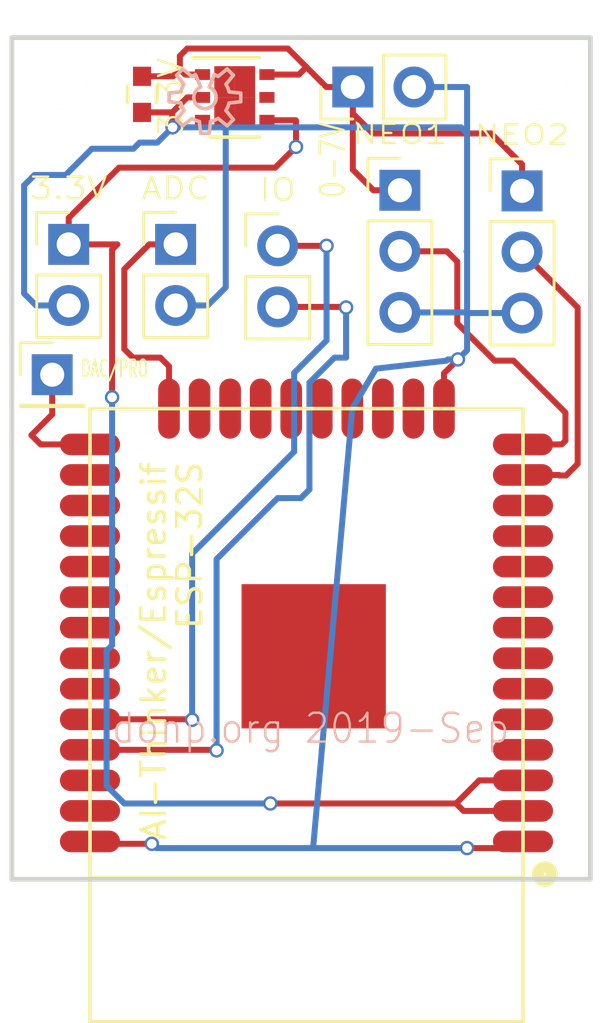
<source format=kicad_pcb>
(kicad_pcb (version 20171130) (host pcbnew 5.0.2-bee76a0~70~ubuntu18.04.1)

  (general
    (thickness 1.6)
    (drawings 5)
    (tracks 145)
    (zones 0)
    (modules 13)
    (nets 1)
  )

  (page A4)
  (layers
    (0 F.Cu signal)
    (31 B.Cu signal)
    (32 B.Adhes user)
    (33 F.Adhes user)
    (34 B.Paste user)
    (35 F.Paste user)
    (36 B.SilkS user)
    (37 F.SilkS user)
    (38 B.Mask user)
    (39 F.Mask user)
    (40 Dwgs.User user)
    (41 Cmts.User user)
    (42 Eco1.User user)
    (43 Eco2.User user)
    (44 Edge.Cuts user)
    (45 Margin user)
    (46 B.CrtYd user)
    (47 F.CrtYd user)
    (48 B.Fab user)
    (49 F.Fab user)
  )

  (setup
    (last_trace_width 0.25)
    (trace_clearance 0.2)
    (zone_clearance 0.508)
    (zone_45_only no)
    (trace_min 0.2)
    (segment_width 0.2)
    (edge_width 0.2)
    (via_size 0.6)
    (via_drill 0.4)
    (via_min_size 0.4)
    (via_min_drill 0.3)
    (uvia_size 0.3)
    (uvia_drill 0.1)
    (uvias_allowed no)
    (uvia_min_size 0.2)
    (uvia_min_drill 0.1)
    (pcb_text_width 0.3)
    (pcb_text_size 1.5 1.5)
    (mod_edge_width 0.15)
    (mod_text_size 1 1)
    (mod_text_width 0.15)
    (pad_size 1.7 1.7)
    (pad_drill 1)
    (pad_to_mask_clearance 0.2)
    (solder_mask_min_width 0.25)
    (aux_axis_origin 0 0)
    (visible_elements FFFFFF7F)
    (pcbplotparams
      (layerselection 0x010f0_80000001)
      (usegerberextensions true)
      (usegerberattributes false)
      (usegerberadvancedattributes false)
      (creategerberjobfile false)
      (excludeedgelayer true)
      (linewidth 0.100000)
      (plotframeref false)
      (viasonmask false)
      (mode 1)
      (useauxorigin false)
      (hpglpennumber 1)
      (hpglpenspeed 20)
      (hpglpendiameter 15.000000)
      (psnegative false)
      (psa4output false)
      (plotreference true)
      (plotvalue true)
      (plotinvisibletext false)
      (padsonsilk false)
      (subtractmaskfromsilk false)
      (outputformat 1)
      (mirror false)
      (drillshape 0)
      (scaleselection 1)
      (outputdirectory "/home/donp/osh/espsquare"))
  )

  (net 0 "")

  (net_class Default "This is the default net class."
    (clearance 0.2)
    (trace_width 0.25)
    (via_dia 0.6)
    (via_drill 0.4)
    (uvia_dia 0.3)
    (uvia_drill 0.1)
  )

  (module Pin_Headers:Pin_Header_Straight_1x02_Pitch2.54mm (layer F.Cu) (tedit 5D91016B) (tstamp 5D950E5F)
    (at 143.002 46.6598)
    (descr "Through hole straight pin header, 1x02, 2.54mm pitch, single row")
    (tags "Through hole pin header THT 1x02 2.54mm single row")
    (fp_text reference IO (at 0 -2.33) (layer F.SilkS)
      (effects (font (size 0.9 1) (thickness 0.1)))
    )
    (fp_text value Pin_Header_Straight_1x02_Pitch2.54mm (at 0 4.87) (layer F.Fab) hide
      (effects (font (size 1 1) (thickness 0.15)))
    )
    (fp_text user %R (at 0 1.27 90) (layer F.Fab)
      (effects (font (size 1 1) (thickness 0.15)))
    )
    (fp_line (start 1.8 -1.8) (end -1.8 -1.8) (layer F.CrtYd) (width 0.05))
    (fp_line (start 1.8 4.35) (end 1.8 -1.8) (layer F.CrtYd) (width 0.05))
    (fp_line (start -1.8 4.35) (end 1.8 4.35) (layer F.CrtYd) (width 0.05))
    (fp_line (start -1.8 -1.8) (end -1.8 4.35) (layer F.CrtYd) (width 0.05))
    (fp_line (start -1.33 -1.33) (end 0 -1.33) (layer F.SilkS) (width 0.12))
    (fp_line (start -1.33 0) (end -1.33 -1.33) (layer F.SilkS) (width 0.12))
    (fp_line (start -1.33 1.27) (end 1.33 1.27) (layer F.SilkS) (width 0.12))
    (fp_line (start 1.33 1.27) (end 1.33 3.87) (layer F.SilkS) (width 0.12))
    (fp_line (start -1.33 1.27) (end -1.33 3.87) (layer F.SilkS) (width 0.12))
    (fp_line (start -1.33 3.87) (end 1.33 3.87) (layer F.SilkS) (width 0.12))
    (fp_line (start -1.27 -0.635) (end -0.635 -1.27) (layer F.Fab) (width 0.1))
    (fp_line (start -1.27 3.81) (end -1.27 -0.635) (layer F.Fab) (width 0.1))
    (fp_line (start 1.27 3.81) (end -1.27 3.81) (layer F.Fab) (width 0.1))
    (fp_line (start 1.27 -1.27) (end 1.27 3.81) (layer F.Fab) (width 0.1))
    (fp_line (start -0.635 -1.27) (end 1.27 -1.27) (layer F.Fab) (width 0.1))
    (pad 2 thru_hole oval (at 0 2.54) (size 1.7 1.7) (drill 1) (layers *.Cu *.Mask))
    (pad 1 thru_hole circle (at 0 0) (size 1.7 1.7) (drill 1) (layers *.Cu *.Mask))
    (model ${KISYS3DMOD}/Pin_Headers.3dshapes/Pin_Header_Straight_1x02_Pitch2.54mm.wrl
      (at (xyz 0 0 0))
      (scale (xyz 1 1 1))
      (rotate (xyz 0 0 0))
    )
  )

  (module Pin_Headers:Pin_Header_Straight_1x02_Pitch2.54mm (layer F.Cu) (tedit 5D90F4D4) (tstamp 5D92628F)
    (at 138.7602 46.6)
    (descr "Through hole straight pin header, 1x02, 2.54mm pitch, single row")
    (tags "Through hole pin header THT 1x02 2.54mm single row")
    (fp_text reference ADC (at 0 -2.33) (layer F.SilkS)
      (effects (font (size 0.9 1) (thickness 0.1)))
    )
    (fp_text value Pin_Header_Straight_1x02_Pitch2.54mm (at 0 4.87) (layer F.Fab) hide
      (effects (font (size 1 1) (thickness 0.15)))
    )
    (fp_line (start -0.635 -1.27) (end 1.27 -1.27) (layer F.Fab) (width 0.1))
    (fp_line (start 1.27 -1.27) (end 1.27 3.81) (layer F.Fab) (width 0.1))
    (fp_line (start 1.27 3.81) (end -1.27 3.81) (layer F.Fab) (width 0.1))
    (fp_line (start -1.27 3.81) (end -1.27 -0.635) (layer F.Fab) (width 0.1))
    (fp_line (start -1.27 -0.635) (end -0.635 -1.27) (layer F.Fab) (width 0.1))
    (fp_line (start -1.33 3.87) (end 1.33 3.87) (layer F.SilkS) (width 0.12))
    (fp_line (start -1.33 1.27) (end -1.33 3.87) (layer F.SilkS) (width 0.12))
    (fp_line (start 1.33 1.27) (end 1.33 3.87) (layer F.SilkS) (width 0.12))
    (fp_line (start -1.33 1.27) (end 1.33 1.27) (layer F.SilkS) (width 0.12))
    (fp_line (start -1.33 0) (end -1.33 -1.33) (layer F.SilkS) (width 0.12))
    (fp_line (start -1.33 -1.33) (end 0 -1.33) (layer F.SilkS) (width 0.12))
    (fp_line (start -1.8 -1.8) (end -1.8 4.35) (layer F.CrtYd) (width 0.05))
    (fp_line (start -1.8 4.35) (end 1.8 4.35) (layer F.CrtYd) (width 0.05))
    (fp_line (start 1.8 4.35) (end 1.8 -1.8) (layer F.CrtYd) (width 0.05))
    (fp_line (start 1.8 -1.8) (end -1.8 -1.8) (layer F.CrtYd) (width 0.05))
    (fp_text user %R (at 0 1.27 90) (layer F.Fab)
      (effects (font (size 1 1) (thickness 0.15)))
    )
    (pad 1 thru_hole rect (at 0 0) (size 1.7 1.7) (drill 1) (layers *.Cu *.Mask))
    (pad 2 thru_hole oval (at 0 2.54) (size 1.7 1.7) (drill 1) (layers *.Cu *.Mask))
    (model ${KISYS3DMOD}/Pin_Headers.3dshapes/Pin_Header_Straight_1x02_Pitch2.54mm.wrl
      (at (xyz 0 0 0))
      (scale (xyz 1 1 1))
      (rotate (xyz 0 0 0))
    )
  )

  (module Pin_Headers:Pin_Header_Straight_1x02_Pitch2.54mm (layer F.Cu) (tedit 5D90F4CF) (tstamp 5D950A1E)
    (at 134.3152 46.6)
    (descr "Through hole straight pin header, 1x02, 2.54mm pitch, single row")
    (tags "Through hole pin header THT 1x02 2.54mm single row")
    (fp_text reference 3.3V (at 0 -2.33) (layer F.SilkS)
      (effects (font (size 0.9 1) (thickness 0.1)))
    )
    (fp_text value Pin_Header_Straight_1x02_Pitch2.54mm (at 0 4.87) (layer F.Fab) hide
      (effects (font (size 1 1) (thickness 0.15)))
    )
    (fp_text user %R (at 0 1.27 90) (layer F.Fab)
      (effects (font (size 1 1) (thickness 0.15)))
    )
    (fp_line (start 1.8 -1.8) (end -1.8 -1.8) (layer F.CrtYd) (width 0.05))
    (fp_line (start 1.8 4.35) (end 1.8 -1.8) (layer F.CrtYd) (width 0.05))
    (fp_line (start -1.8 4.35) (end 1.8 4.35) (layer F.CrtYd) (width 0.05))
    (fp_line (start -1.8 -1.8) (end -1.8 4.35) (layer F.CrtYd) (width 0.05))
    (fp_line (start -1.33 -1.33) (end 0 -1.33) (layer F.SilkS) (width 0.12))
    (fp_line (start -1.33 0) (end -1.33 -1.33) (layer F.SilkS) (width 0.12))
    (fp_line (start -1.33 1.27) (end 1.33 1.27) (layer F.SilkS) (width 0.12))
    (fp_line (start 1.33 1.27) (end 1.33 3.87) (layer F.SilkS) (width 0.12))
    (fp_line (start -1.33 1.27) (end -1.33 3.87) (layer F.SilkS) (width 0.12))
    (fp_line (start -1.33 3.87) (end 1.33 3.87) (layer F.SilkS) (width 0.12))
    (fp_line (start -1.27 -0.635) (end -0.635 -1.27) (layer F.Fab) (width 0.1))
    (fp_line (start -1.27 3.81) (end -1.27 -0.635) (layer F.Fab) (width 0.1))
    (fp_line (start 1.27 3.81) (end -1.27 3.81) (layer F.Fab) (width 0.1))
    (fp_line (start 1.27 -1.27) (end 1.27 3.81) (layer F.Fab) (width 0.1))
    (fp_line (start -0.635 -1.27) (end 1.27 -1.27) (layer F.Fab) (width 0.1))
    (pad 2 thru_hole oval (at 0 2.54) (size 1.7 1.7) (drill 1) (layers *.Cu *.Mask))
    (pad 1 thru_hole rect (at 0 0) (size 1.7 1.7) (drill 1) (layers *.Cu *.Mask))
    (model ${KISYS3DMOD}/Pin_Headers.3dshapes/Pin_Header_Straight_1x02_Pitch2.54mm.wrl
      (at (xyz 0 0 0))
      (scale (xyz 1 1 1))
      (rotate (xyz 0 0 0))
    )
  )

  (module Pin_Headers:Pin_Header_Straight_1x03_Pitch2.54mm (layer F.Cu) (tedit 5D90F4E3) (tstamp 5D950467)
    (at 153.162 44.3738)
    (descr "Through hole straight pin header, 1x03, 2.54mm pitch, single row")
    (tags "Through hole pin header THT 1x03 2.54mm single row")
    (fp_text reference NEO2 (at 0 -2.33) (layer F.SilkS)
      (effects (font (size 0.8 1) (thickness 0.1)))
    )
    (fp_text value Pin_Header_Straight_1x03_Pitch2.54mm (at 0 7.41) (layer F.Fab) hide
      (effects (font (size 1 1) (thickness 0.15)))
    )
    (fp_text user %R (at 0 2.54 90) (layer F.Fab)
      (effects (font (size 1 1) (thickness 0.15)))
    )
    (fp_line (start 1.8 -1.8) (end -1.8 -1.8) (layer F.CrtYd) (width 0.05))
    (fp_line (start 1.8 6.85) (end 1.8 -1.8) (layer F.CrtYd) (width 0.05))
    (fp_line (start -1.8 6.85) (end 1.8 6.85) (layer F.CrtYd) (width 0.05))
    (fp_line (start -1.8 -1.8) (end -1.8 6.85) (layer F.CrtYd) (width 0.05))
    (fp_line (start -1.33 -1.33) (end 0 -1.33) (layer F.SilkS) (width 0.12))
    (fp_line (start -1.33 0) (end -1.33 -1.33) (layer F.SilkS) (width 0.12))
    (fp_line (start -1.33 1.27) (end 1.33 1.27) (layer F.SilkS) (width 0.12))
    (fp_line (start 1.33 1.27) (end 1.33 6.41) (layer F.SilkS) (width 0.12))
    (fp_line (start -1.33 1.27) (end -1.33 6.41) (layer F.SilkS) (width 0.12))
    (fp_line (start -1.33 6.41) (end 1.33 6.41) (layer F.SilkS) (width 0.12))
    (fp_line (start -1.27 -0.635) (end -0.635 -1.27) (layer F.Fab) (width 0.1))
    (fp_line (start -1.27 6.35) (end -1.27 -0.635) (layer F.Fab) (width 0.1))
    (fp_line (start 1.27 6.35) (end -1.27 6.35) (layer F.Fab) (width 0.1))
    (fp_line (start 1.27 -1.27) (end 1.27 6.35) (layer F.Fab) (width 0.1))
    (fp_line (start -0.635 -1.27) (end 1.27 -1.27) (layer F.Fab) (width 0.1))
    (pad 3 thru_hole oval (at 0 5.08) (size 1.7 1.7) (drill 1) (layers *.Cu *.Mask))
    (pad 2 thru_hole oval (at 0 2.54) (size 1.7 1.7) (drill 1) (layers *.Cu *.Mask))
    (pad 1 thru_hole rect (at 0 0) (size 1.7 1.7) (drill 1) (layers *.Cu *.Mask))
    (model ${KISYS3DMOD}/Pin_Headers.3dshapes/Pin_Header_Straight_1x03_Pitch2.54mm.wrl
      (at (xyz 0 0 0))
      (scale (xyz 1 1 1))
      (rotate (xyz 0 0 0))
    )
  )

  (module Mounting_Holes:MountingHole_2.2mm_M2 (layer F.Cu) (tedit 5D90ECC7) (tstamp 57BE41FB)
    (at 133.9342 39.9)
    (descr "Mounting Hole 2.2mm, no annular, M2")
    (tags "mounting hole 2.2mm no annular m2")
    (fp_text reference "" (at 0 -3.2) (layer F.SilkS)
      (effects (font (size 1 1) (thickness 0.15)))
    )
    (fp_text value MountingHole_2.2mm_M2 (at 0 3.2) (layer F.Fab) hide
      (effects (font (size 1 1) (thickness 0.15)))
    )
    (fp_circle (center 0 0) (end 2.2 0) (layer Cmts.User) (width 0.15))
    (fp_circle (center 0 0) (end 2.45 0) (layer F.CrtYd) (width 0.05))
    (pad 1 np_thru_hole circle (at 0 0) (size 2.2 2.2) (drill 2.2) (layers *.Cu *.Mask F.SilkS))
  )

  (module Mounting_Holes:MountingHole_2.2mm_M2 (layer F.Cu) (tedit 5CA785C4) (tstamp 57BE41E9)
    (at 153.9494 39.9)
    (descr "Mounting Hole 2.2mm, no annular, M2")
    (tags "mounting hole 2.2mm no annular m2")
    (fp_text reference "" (at 0 -3.2) (layer F.SilkS)
      (effects (font (size 1 1) (thickness 0.15)))
    )
    (fp_text value MountingHole_2.2mm_M2 (at 0 3.2) (layer F.Fab) hide
      (effects (font (size 1 1) (thickness 0.15)))
    )
    (fp_circle (center 0 0) (end 2.2 0) (layer Cmts.User) (width 0.15))
    (fp_circle (center 0 0) (end 2.45 0) (layer F.CrtYd) (width 0.05))
    (pad 1 np_thru_hole circle (at 0 0) (size 2.2 2.2) (drill 2.2) (layers *.Cu *.Mask F.SilkS))
  )

  (module aalay:aalay-OSHW_LOGO_S (layer B.Cu) (tedit 200000) (tstamp 57B820CA)
    (at 139.9794 40.4876)
    (attr virtual)
    (fp_text reference "" (at 0 0) (layer B.SilkS)
      (effects (font (size 1.524 1.524) (thickness 0.15)) (justify mirror))
    )
    (fp_text value "" (at 0 0) (layer B.SilkS)
      (effects (font (size 1.524 1.524) (thickness 0.15)) (justify mirror))
    )
    (fp_line (start 0.3937 -0.9525) (end 0.5461 -0.87376) (layer B.SilkS) (width 0.14986))
    (fp_line (start 0.5461 -0.87376) (end 0.92202 -1.1811) (layer B.SilkS) (width 0.14986))
    (fp_line (start 0.92202 -1.1811) (end 1.1811 -0.92202) (layer B.SilkS) (width 0.14986))
    (fp_line (start 1.1811 -0.92202) (end 0.87376 -0.5461) (layer B.SilkS) (width 0.14986))
    (fp_line (start 0.87376 -0.5461) (end 0.9525 -0.3937) (layer B.SilkS) (width 0.14986))
    (fp_line (start 0.9525 -0.3937) (end 1.0033 -0.23114) (layer B.SilkS) (width 0.14986))
    (fp_line (start 1.0033 -0.23114) (end 1.48844 -0.18034) (layer B.SilkS) (width 0.14986))
    (fp_line (start 1.48844 -0.18034) (end 1.48844 0.18034) (layer B.SilkS) (width 0.14986))
    (fp_line (start 1.48844 0.18034) (end 1.0033 0.23114) (layer B.SilkS) (width 0.14986))
    (fp_line (start 1.0033 0.23114) (end 0.9525 0.3937) (layer B.SilkS) (width 0.14986))
    (fp_line (start 0.9525 0.3937) (end 0.87376 0.5461) (layer B.SilkS) (width 0.14986))
    (fp_line (start 0.87376 0.5461) (end 1.1811 0.92202) (layer B.SilkS) (width 0.14986))
    (fp_line (start 1.1811 0.92202) (end 0.92202 1.1811) (layer B.SilkS) (width 0.14986))
    (fp_line (start 0.92202 1.1811) (end 0.5461 0.87376) (layer B.SilkS) (width 0.14986))
    (fp_line (start 0.5461 0.87376) (end 0.3937 0.9525) (layer B.SilkS) (width 0.14986))
    (fp_line (start 0.3937 0.9525) (end 0.23114 1.0033) (layer B.SilkS) (width 0.14986))
    (fp_line (start 0.23114 1.0033) (end 0.18034 1.48844) (layer B.SilkS) (width 0.14986))
    (fp_line (start 0.18034 1.48844) (end -0.18034 1.48844) (layer B.SilkS) (width 0.14986))
    (fp_line (start -0.18034 1.48844) (end -0.23114 1.0033) (layer B.SilkS) (width 0.14986))
    (fp_line (start -0.23114 1.0033) (end -0.3937 0.9525) (layer B.SilkS) (width 0.14986))
    (fp_line (start -0.3937 0.9525) (end -0.5461 0.87376) (layer B.SilkS) (width 0.14986))
    (fp_line (start -0.5461 0.87376) (end -0.92202 1.1811) (layer B.SilkS) (width 0.14986))
    (fp_line (start -0.92202 1.1811) (end -1.1811 0.92202) (layer B.SilkS) (width 0.14986))
    (fp_line (start -1.1811 0.92202) (end -0.87376 0.5461) (layer B.SilkS) (width 0.14986))
    (fp_line (start -0.87376 0.5461) (end -0.9525 0.3937) (layer B.SilkS) (width 0.14986))
    (fp_line (start -0.9525 0.3937) (end -1.0033 0.23114) (layer B.SilkS) (width 0.14986))
    (fp_line (start -1.0033 0.23114) (end -1.48844 0.18034) (layer B.SilkS) (width 0.14986))
    (fp_line (start -1.48844 0.18034) (end -1.48844 -0.18034) (layer B.SilkS) (width 0.14986))
    (fp_line (start -1.48844 -0.18034) (end -1.0033 -0.23114) (layer B.SilkS) (width 0.14986))
    (fp_line (start -1.0033 -0.23114) (end -0.9525 -0.3937) (layer B.SilkS) (width 0.14986))
    (fp_line (start -0.9525 -0.3937) (end -0.87376 -0.5461) (layer B.SilkS) (width 0.14986))
    (fp_line (start -0.87376 -0.5461) (end -1.1811 -0.92202) (layer B.SilkS) (width 0.14986))
    (fp_line (start -1.1811 -0.92202) (end -0.92202 -1.1811) (layer B.SilkS) (width 0.14986))
    (fp_line (start -0.92202 -1.1811) (end -0.5461 -0.87376) (layer B.SilkS) (width 0.14986))
    (fp_line (start -0.5461 -0.87376) (end -0.3937 -0.9525) (layer B.SilkS) (width 0.14986))
    (fp_line (start -0.3937 -0.9525) (end -0.1778 -0.4318) (layer B.SilkS) (width 0.14986))
    (fp_line (start -0.1778 -0.4318) (end -0.27432 -0.37846) (layer B.SilkS) (width 0.14986))
    (fp_line (start -0.27432 -0.37846) (end -0.3556 -0.30226) (layer B.SilkS) (width 0.14986))
    (fp_line (start -0.3556 -0.30226) (end -0.41656 -0.21082) (layer B.SilkS) (width 0.14986))
    (fp_line (start -0.41656 -0.21082) (end -0.45466 -0.10922) (layer B.SilkS) (width 0.14986))
    (fp_line (start -0.45466 -0.10922) (end -0.46736 0) (layer B.SilkS) (width 0.14986))
    (fp_line (start -0.46736 0) (end -0.45466 0.10922) (layer B.SilkS) (width 0.14986))
    (fp_line (start -0.45466 0.10922) (end -0.41402 0.2159) (layer B.SilkS) (width 0.14986))
    (fp_line (start -0.41402 0.2159) (end -0.35052 0.30734) (layer B.SilkS) (width 0.14986))
    (fp_line (start -0.35052 0.30734) (end -0.2667 0.38354) (layer B.SilkS) (width 0.14986))
    (fp_line (start -0.2667 0.38354) (end -0.16764 0.43434) (layer B.SilkS) (width 0.14986))
    (fp_line (start -0.16764 0.43434) (end -0.06096 0.46228) (layer B.SilkS) (width 0.14986))
    (fp_line (start -0.06096 0.46228) (end 0.0508 0.46482) (layer B.SilkS) (width 0.14986))
    (fp_line (start 0.0508 0.46482) (end 0.16002 0.43942) (layer B.SilkS) (width 0.14986))
    (fp_line (start 0.16002 0.43942) (end 0.25908 0.38862) (layer B.SilkS) (width 0.14986))
    (fp_line (start 0.25908 0.38862) (end 0.34544 0.31496) (layer B.SilkS) (width 0.14986))
    (fp_line (start 0.34544 0.31496) (end 0.40894 0.22352) (layer B.SilkS) (width 0.14986))
    (fp_line (start 0.40894 0.22352) (end 0.45212 0.11938) (layer B.SilkS) (width 0.14986))
    (fp_line (start 0.45212 0.11938) (end 0.46736 0.01016) (layer B.SilkS) (width 0.14986))
    (fp_line (start 0.46736 0.01016) (end 0.4572 -0.09906) (layer B.SilkS) (width 0.14986))
    (fp_line (start 0.4572 -0.09906) (end 0.4191 -0.20574) (layer B.SilkS) (width 0.14986))
    (fp_line (start 0.4191 -0.20574) (end 0.35814 -0.29972) (layer B.SilkS) (width 0.14986))
    (fp_line (start 0.35814 -0.29972) (end 0.27686 -0.37592) (layer B.SilkS) (width 0.14986))
    (fp_line (start 0.27686 -0.37592) (end 0.1778 -0.4318) (layer B.SilkS) (width 0.14986))
    (fp_line (start 0.1778 -0.4318) (end 0.3937 -0.9525) (layer B.SilkS) (width 0.14986))
  )

  (module Capacitors_SMD:C_0603 (layer F.Cu) (tedit 5D90F7AB) (tstamp 57B66417)
    (at 137.3632 40.3606 90)
    (descr "Capacitor SMD 0603, reflow soldering, AVX (see smccp.pdf)")
    (tags "capacitor 0603")
    (attr smd)
    (fp_text reference "" (at 0 -1.9 90) (layer F.SilkS)
      (effects (font (size 1 1) (thickness 0.15)))
    )
    (fp_text value 1uf_0603 (at -2.159 -1.6002 180) (layer F.Fab)
      (effects (font (size 0.8 0.9) (thickness 0.1)))
    )
    (fp_line (start -1.45 -0.75) (end 1.45 -0.75) (layer F.CrtYd) (width 0.05))
    (fp_line (start -1.45 0.75) (end 1.45 0.75) (layer F.CrtYd) (width 0.05))
    (fp_line (start -1.45 -0.75) (end -1.45 0.75) (layer F.CrtYd) (width 0.05))
    (fp_line (start 1.45 -0.75) (end 1.45 0.75) (layer F.CrtYd) (width 0.05))
    (fp_line (start -0.35 -0.6) (end 0.35 -0.6) (layer F.SilkS) (width 0.15))
    (fp_line (start 0.35 0.6) (end -0.35 0.6) (layer F.SilkS) (width 0.15))
    (pad 1 smd rect (at -0.75 0 90) (size 0.8 0.75) (layers F.Cu F.Paste F.Mask))
    (pad 2 smd rect (at 0.75 0 90) (size 0.8 0.75) (layers F.Cu F.Paste F.Mask))
    (model Capacitors_SMD.3dshapes/C_0603.wrl
      (at (xyz 0 0 0))
      (scale (xyz 1 1 1))
      (rotate (xyz 0 0 0))
    )
    (model Capacitors_SMD.3dshapes/C_0603.wrl
      (at (xyz 0 0 0))
      (scale (xyz 1 1 1))
      (rotate (xyz 0 0 0))
    )
  )

  (module esp32-ft:ESP-32S (layer F.Cu) (tedit 5D90F49C) (tstamp 5D924A3D)
    (at 144.148034 61.911262 180)
    (fp_text reference REF** (at -9.9 -13.8 90) (layer F.SilkS) hide
      (effects (font (size 1 1) (thickness 0.15)))
    )
    (fp_text value ESP-32S (at 0.7 -12.3 180) (layer F.Fab)
      (effects (font (size 1 1) (thickness 0.15)))
    )
    (fp_line (start 8.947434 -17.017338) (end -9.052566 -17.017338) (layer F.SilkS) (width 0.15))
    (fp_line (start 8.947434 8.482662) (end -9.052566 8.482662) (layer F.SilkS) (width 0.15))
    (fp_line (start 8.947434 -17.017338) (end 8.947434 8.482662) (layer F.SilkS) (width 0.15))
    (fp_line (start -9.052566 -17.017338) (end -9.052566 8.482662) (layer F.SilkS) (width 0.15))
    (fp_line (start 8.947434 -11.017338) (end -9.052566 -11.017338) (layer F.SilkS) (width 0.15))
    (fp_text user ESP-32S (at 4.8 2.8 270) (layer F.SilkS)
      (effects (font (size 1 1) (thickness 0.15)))
    )
    (fp_circle (center -9.958566 -10.871338) (end -10.085566 -11.125338) (layer F.SilkS) (width 0.5))
    (fp_text user AI-Thinker/Espressif (at 6.3 -1.6 270) (layer F.SilkS)
      (effects (font (size 1 1) (thickness 0.15)))
    )
    (pad 39 smd rect (at -0.352566 -1.817338) (size 6 6) (layers F.Cu F.Paste F.Mask))
    (pad 1 smd oval (at -9.052566 -9.517338) (size 2.5 0.9) (layers F.Cu F.Paste F.Mask))
    (pad 2 smd oval (at -9.052566 -8.247338) (size 2.5 0.9) (layers F.Cu F.Paste F.Mask))
    (pad 3 smd oval (at -9.052566 -6.977338) (size 2.5 0.9) (layers F.Cu F.Paste F.Mask))
    (pad 4 smd oval (at -9.052566 -5.707338) (size 2.5 0.9) (layers F.Cu F.Paste F.Mask))
    (pad 5 smd oval (at -9.052566 -4.437338) (size 2.5 0.9) (layers F.Cu F.Paste F.Mask))
    (pad 6 smd oval (at -9.052566 -3.167338) (size 2.5 0.9) (layers F.Cu F.Paste F.Mask))
    (pad 7 smd oval (at -9.052566 -1.897338) (size 2.5 0.9) (layers F.Cu F.Paste F.Mask))
    (pad 8 smd oval (at -9.052566 -0.627338) (size 2.5 0.9) (layers F.Cu F.Paste F.Mask))
    (pad 9 smd oval (at -9.052566 0.642662) (size 2.5 0.9) (layers F.Cu F.Paste F.Mask))
    (pad 10 smd oval (at -9.052566 1.912662) (size 2.5 0.9) (layers F.Cu F.Paste F.Mask))
    (pad 11 smd oval (at -9.052566 3.182662) (size 2.5 0.9) (layers F.Cu F.Paste F.Mask))
    (pad 12 smd oval (at -9.052566 4.452662) (size 2.5 0.9) (layers F.Cu F.Paste F.Mask))
    (pad 13 smd oval (at -9.052566 5.722662) (size 2.5 0.9) (layers F.Cu F.Paste F.Mask))
    (pad 14 smd oval (at -9.052566 6.992662) (size 2.5 0.9) (layers F.Cu F.Paste F.Mask))
    (pad 15 smd oval (at -5.767566 8.482662) (size 0.9 2.5) (layers F.Cu F.Paste F.Mask))
    (pad 16 smd oval (at -4.497566 8.482662) (size 0.9 2.5) (layers F.Cu F.Paste F.Mask))
    (pad 17 smd oval (at -3.227566 8.482662) (size 0.9 2.5) (layers F.Cu F.Paste F.Mask))
    (pad 18 smd oval (at -1.957566 8.482662) (size 0.9 2.5) (layers F.Cu F.Paste F.Mask))
    (pad 19 smd oval (at -0.687566 8.482662) (size 0.9 2.5) (layers F.Cu F.Paste F.Mask))
    (pad 20 smd oval (at 0.582434 8.482662) (size 0.9 2.5) (layers F.Cu F.Paste F.Mask))
    (pad 21 smd oval (at 1.852434 8.482662) (size 0.9 2.5) (layers F.Cu F.Paste F.Mask))
    (pad 22 smd oval (at 3.122434 8.482662) (size 0.9 2.5) (layers F.Cu F.Paste F.Mask))
    (pad 23 smd oval (at 4.392434 8.482662) (size 0.9 2.5) (layers F.Cu F.Paste F.Mask))
    (pad 24 smd oval (at 5.662434 8.482662) (size 0.9 2.5) (layers F.Cu F.Paste F.Mask))
    (pad 25 smd oval (at 8.947434 6.992662) (size 2.5 0.9) (layers F.Cu F.Paste F.Mask))
    (pad 26 smd oval (at 8.947434 5.722662) (size 2.5 0.9) (layers F.Cu F.Paste F.Mask))
    (pad 27 smd oval (at 8.947434 4.452662) (size 2.5 0.9) (layers F.Cu F.Paste F.Mask))
    (pad 28 smd oval (at 8.947434 3.182662) (size 2.5 0.9) (layers F.Cu F.Paste F.Mask))
    (pad 29 smd oval (at 8.947434 1.912662) (size 2.5 0.9) (layers F.Cu F.Paste F.Mask))
    (pad 30 smd oval (at 8.947434 0.642662) (size 2.5 0.9) (layers F.Cu F.Paste F.Mask))
    (pad 31 smd oval (at 8.947434 -0.627338) (size 2.5 0.9) (layers F.Cu F.Paste F.Mask))
    (pad 32 smd oval (at 8.947434 -1.897338) (size 2.5 0.9) (layers F.Cu F.Paste F.Mask))
    (pad 33 smd oval (at 8.947434 -3.167338) (size 2.5 0.9) (layers F.Cu F.Paste F.Mask))
    (pad 34 smd oval (at 8.947434 -4.437338) (size 2.5 0.9) (layers F.Cu F.Paste F.Mask))
    (pad 35 smd oval (at 8.947434 -5.707338) (size 2.5 0.9) (layers F.Cu F.Paste F.Mask))
    (pad 36 smd oval (at 8.947434 -6.977338) (size 2.5 0.9) (layers F.Cu F.Paste F.Mask))
    (pad 37 smd oval (at 8.947434 -8.247338) (size 2.5 0.9) (layers F.Cu F.Paste F.Mask))
    (pad 38 smd oval (at 8.947434 -9.517338) (size 2.5 0.9) (layers F.Cu F.Paste F.Mask))
  )

  (module Housings_DFN_QFN:DFN-6-1EP_3x3mm_Pitch0.95mm (layer F.Cu) (tedit 5D90F4F5) (tstamp 5D924BB2)
    (at 141.2172 40.4876)
    (descr "DFN6 3*3 MM, 0.95 PITCH; CASE 506AH-01 (see ON Semiconductor 506AH.PDF)")
    (tags "DFN 0.95")
    (attr smd)
    (fp_text reference 3.3V (at -2.6484 -0.0358 90) (layer F.SilkS)
      (effects (font (size 1 1) (thickness 0.1)))
    )
    (fp_text value DFN-6-1EP_3x3mm_Pitch0.95mm (at 0 2.575) (layer F.Fab) hide
      (effects (font (size 1 1) (thickness 0.15)))
    )
    (fp_line (start -0.5 -1.5) (end 1.5 -1.5) (layer F.Fab) (width 0.15))
    (fp_line (start 1.5 -1.5) (end 1.5 1.5) (layer F.Fab) (width 0.15))
    (fp_line (start 1.5 1.5) (end -1.5 1.5) (layer F.Fab) (width 0.15))
    (fp_line (start -1.5 1.5) (end -1.5 -0.5) (layer F.Fab) (width 0.15))
    (fp_line (start -1.5 -0.5) (end -0.5 -1.5) (layer F.Fab) (width 0.15))
    (fp_line (start -1.9 -1.85) (end -1.9 1.85) (layer F.CrtYd) (width 0.05))
    (fp_line (start 1.9 -1.85) (end 1.9 1.85) (layer F.CrtYd) (width 0.05))
    (fp_line (start -1.9 -1.85) (end 1.9 -1.85) (layer F.CrtYd) (width 0.05))
    (fp_line (start -1.9 1.85) (end 1.9 1.85) (layer F.CrtYd) (width 0.05))
    (fp_line (start -1.025 1.65) (end 1.025 1.65) (layer F.SilkS) (width 0.15))
    (fp_line (start -1.73 -1.65) (end 1.025 -1.65) (layer F.SilkS) (width 0.15))
    (pad 1 smd rect (at -1.34 -0.95) (size 0.63 0.45) (layers F.Cu F.Paste F.Mask))
    (pad 2 smd rect (at -1.34 0) (size 0.63 0.45) (layers F.Cu F.Paste F.Mask))
    (pad 3 smd rect (at -1.34 0.95) (size 0.63 0.45) (layers F.Cu F.Paste F.Mask))
    (pad 4 smd rect (at 1.34 0.95) (size 0.63 0.45) (layers F.Cu F.Paste F.Mask))
    (pad 5 smd rect (at 1.34 0) (size 0.63 0.45) (layers F.Cu F.Paste F.Mask))
    (pad 6 smd rect (at 1.34 -0.95) (size 0.63 0.45) (layers F.Cu F.Paste F.Mask))
    (pad 7 smd rect (at 0.425 0.65) (size 0.85 1.3) (layers F.Cu F.Paste F.Mask)
      (solder_paste_margin_ratio -0.2))
    (pad 7 smd rect (at 0.425 -0.65) (size 0.85 1.3) (layers F.Cu F.Paste F.Mask)
      (solder_paste_margin_ratio -0.2))
    (pad 7 smd rect (at -0.425 0.65) (size 0.85 1.3) (layers F.Cu F.Paste F.Mask)
      (solder_paste_margin_ratio -0.2))
    (pad 7 smd rect (at -0.425 -0.65) (size 0.85 1.3) (layers F.Cu F.Paste F.Mask)
      (solder_paste_margin_ratio -0.2))
    (model ${KISYS3DMOD}/Housings_DFN_QFN.3dshapes/DFN-6-1EP_3x3mm_Pitch0.95mm.wrl
      (at (xyz 0 0 0))
      (scale (xyz 1 1 1))
      (rotate (xyz 0 0 0))
    )
  )

  (module Pin_Headers:Pin_Header_Straight_1x02_Pitch2.54mm (layer F.Cu) (tedit 5D910A79) (tstamp 5D93A87A)
    (at 146.1262 40.0558 90)
    (descr "Through hole straight pin header, 1x02, 2.54mm pitch, single row")
    (tags "Through hole pin header THT 1x02 2.54mm single row")
    (fp_text reference 0-7V (at -3.048 -0.8382 90) (layer F.SilkS)
      (effects (font (size 1 0.8) (thickness 0.1)))
    )
    (fp_text value Pin_Header_Straight_1x02_Pitch2.54mm (at 0 4.87 90) (layer F.Fab) hide
      (effects (font (size 1 1) (thickness 0.15)))
    )
    (fp_line (start -0.635 -1.27) (end 1.27 -1.27) (layer F.Fab) (width 0.1))
    (fp_line (start 1.27 -1.27) (end 1.27 3.81) (layer F.Fab) (width 0.1))
    (fp_line (start 1.27 3.81) (end -1.27 3.81) (layer F.Fab) (width 0.1))
    (fp_line (start -1.27 3.81) (end -1.27 -0.635) (layer F.Fab) (width 0.1))
    (fp_line (start -1.27 -0.635) (end -0.635 -1.27) (layer F.Fab) (width 0.1))
    (fp_line (start -1.33 3.87) (end 1.33 3.87) (layer F.SilkS) (width 0.12))
    (fp_line (start -1.33 1.27) (end -1.33 3.87) (layer F.SilkS) (width 0.12))
    (fp_line (start 1.33 1.27) (end 1.33 3.87) (layer F.SilkS) (width 0.12))
    (fp_line (start -1.33 1.27) (end 1.33 1.27) (layer F.SilkS) (width 0.12))
    (fp_line (start -1.33 0) (end -1.33 -1.33) (layer F.SilkS) (width 0.12))
    (fp_line (start -1.33 -1.33) (end 0 -1.33) (layer F.SilkS) (width 0.12))
    (fp_line (start -1.8 -1.8) (end -1.8 4.35) (layer F.CrtYd) (width 0.05))
    (fp_line (start -1.8 4.35) (end 1.8 4.35) (layer F.CrtYd) (width 0.05))
    (fp_line (start 1.8 4.35) (end 1.8 -1.8) (layer F.CrtYd) (width 0.05))
    (fp_line (start 1.8 -1.8) (end -1.8 -1.8) (layer F.CrtYd) (width 0.05))
    (fp_text user %R (at 0 1.27 180) (layer F.Fab)
      (effects (font (size 1 1) (thickness 0.15)))
    )
    (pad 1 thru_hole rect (at 0 0 90) (size 1.7 1.7) (drill 1) (layers *.Cu *.Mask))
    (pad 2 thru_hole oval (at 0 2.54 90) (size 1.7 1.7) (drill 1) (layers *.Cu *.Mask))
    (model ${KISYS3DMOD}/Pin_Headers.3dshapes/Pin_Header_Straight_1x02_Pitch2.54mm.wrl
      (at (xyz 0 0 0))
      (scale (xyz 1 1 1))
      (rotate (xyz 0 0 0))
    )
  )

  (module Pin_Headers:Pin_Header_Straight_1x03_Pitch2.54mm (layer F.Cu) (tedit 5D90F4DD) (tstamp 5D9508FD)
    (at 148.082 44.3484)
    (descr "Through hole straight pin header, 1x03, 2.54mm pitch, single row")
    (tags "Through hole pin header THT 1x03 2.54mm single row")
    (fp_text reference NEO1 (at 0 -2.33) (layer F.SilkS)
      (effects (font (size 0.8 1) (thickness 0.1)))
    )
    (fp_text value Pin_Header_Straight_1x03_Pitch2.54mm (at 0 7.41) (layer F.Fab) hide
      (effects (font (size 1 1) (thickness 0.15)))
    )
    (fp_line (start -0.635 -1.27) (end 1.27 -1.27) (layer F.Fab) (width 0.1))
    (fp_line (start 1.27 -1.27) (end 1.27 6.35) (layer F.Fab) (width 0.1))
    (fp_line (start 1.27 6.35) (end -1.27 6.35) (layer F.Fab) (width 0.1))
    (fp_line (start -1.27 6.35) (end -1.27 -0.635) (layer F.Fab) (width 0.1))
    (fp_line (start -1.27 -0.635) (end -0.635 -1.27) (layer F.Fab) (width 0.1))
    (fp_line (start -1.33 6.41) (end 1.33 6.41) (layer F.SilkS) (width 0.12))
    (fp_line (start -1.33 1.27) (end -1.33 6.41) (layer F.SilkS) (width 0.12))
    (fp_line (start 1.33 1.27) (end 1.33 6.41) (layer F.SilkS) (width 0.12))
    (fp_line (start -1.33 1.27) (end 1.33 1.27) (layer F.SilkS) (width 0.12))
    (fp_line (start -1.33 0) (end -1.33 -1.33) (layer F.SilkS) (width 0.12))
    (fp_line (start -1.33 -1.33) (end 0 -1.33) (layer F.SilkS) (width 0.12))
    (fp_line (start -1.8 -1.8) (end -1.8 6.85) (layer F.CrtYd) (width 0.05))
    (fp_line (start -1.8 6.85) (end 1.8 6.85) (layer F.CrtYd) (width 0.05))
    (fp_line (start 1.8 6.85) (end 1.8 -1.8) (layer F.CrtYd) (width 0.05))
    (fp_line (start 1.8 -1.8) (end -1.8 -1.8) (layer F.CrtYd) (width 0.05))
    (fp_text user %R (at 0 2.54 90) (layer F.Fab)
      (effects (font (size 1 1) (thickness 0.15)))
    )
    (pad 1 thru_hole rect (at 0 0) (size 1.7 1.7) (drill 1) (layers *.Cu *.Mask))
    (pad 2 thru_hole oval (at 0 2.54) (size 1.7 1.7) (drill 1) (layers *.Cu *.Mask))
    (pad 3 thru_hole oval (at 0 5.08) (size 1.7 1.7) (drill 1) (layers *.Cu *.Mask))
    (model ${KISYS3DMOD}/Pin_Headers.3dshapes/Pin_Header_Straight_1x03_Pitch2.54mm.wrl
      (at (xyz 0 0 0))
      (scale (xyz 1 1 1))
      (rotate (xyz 0 0 0))
    )
  )

  (module Pin_Headers:Pin_Header_Straight_1x01_Pitch2.54mm (layer F.Cu) (tedit 5D910A47) (tstamp 5D93BDF2)
    (at 133.6294 52.0192)
    (descr "Through hole straight pin header, 1x01, 2.54mm pitch, single row")
    (tags "Through hole pin header THT 1x01 2.54mm single row")
    (fp_text reference DAC/PRO (at 2.5908 -0.254) (layer F.SilkS)
      (effects (font (size 0.7 0.4) (thickness 0.08)))
    )
    (fp_text value Pin_Header_Straight_1x01_Pitch2.54mm (at 0 2.33) (layer F.Fab) hide
      (effects (font (size 1 1) (thickness 0.15)))
    )
    (fp_line (start -0.635 -1.27) (end 1.27 -1.27) (layer F.Fab) (width 0.1))
    (fp_line (start 1.27 -1.27) (end 1.27 1.27) (layer F.Fab) (width 0.1))
    (fp_line (start 1.27 1.27) (end -1.27 1.27) (layer F.Fab) (width 0.1))
    (fp_line (start -1.27 1.27) (end -1.27 -0.635) (layer F.Fab) (width 0.1))
    (fp_line (start -1.27 -0.635) (end -0.635 -1.27) (layer F.Fab) (width 0.1))
    (fp_line (start -1.33 1.33) (end 1.33 1.33) (layer F.SilkS) (width 0.12))
    (fp_line (start -1.33 1.27) (end -1.33 1.33) (layer F.SilkS) (width 0.12))
    (fp_line (start 1.33 1.27) (end 1.33 1.33) (layer F.SilkS) (width 0.12))
    (fp_line (start -1.33 1.27) (end 1.33 1.27) (layer F.SilkS) (width 0.12))
    (fp_line (start -1.33 0) (end -1.33 -1.33) (layer F.SilkS) (width 0.12))
    (fp_line (start -1.33 -1.33) (end 0 -1.33) (layer F.SilkS) (width 0.12))
    (fp_line (start -1.8 -1.8) (end -1.8 1.8) (layer F.CrtYd) (width 0.05))
    (fp_line (start -1.8 1.8) (end 1.8 1.8) (layer F.CrtYd) (width 0.05))
    (fp_line (start 1.8 1.8) (end 1.8 -1.8) (layer F.CrtYd) (width 0.05))
    (fp_line (start 1.8 -1.8) (end -1.8 -1.8) (layer F.CrtYd) (width 0.05))
    (fp_text user %R (at 0 0 90) (layer F.Fab) hide
      (effects (font (size 1 1) (thickness 0.15)))
    )
    (pad 1 thru_hole rect (at 0 0) (size 1.7 1.7) (drill 1) (layers *.Cu *.Mask))
    (model ${KISYS3DMOD}/Pin_Headers.3dshapes/Pin_Header_Straight_1x01_Pitch2.54mm.wrl
      (at (xyz 0 0 0))
      (scale (xyz 1 1 1))
      (rotate (xyz 0 0 0))
    )
  )

  (gr_text "donp.org 2019-Sep" (at 144.3736 66.7258) (layer B.SilkS)
    (effects (font (size 1.2 1.1) (thickness 0.1)))
  )
  (gr_line (start 132 38) (end 156 38) (angle 90) (layer Edge.Cuts) (width 0.2))
  (gr_line (start 132 73) (end 156 73) (angle 90) (layer Edge.Cuts) (width 0.2))
  (gr_line (start 156 38) (end 156 73) (angle 90) (layer Edge.Cuts) (width 0.2) (tstamp 57BAEB47))
  (gr_line (start 131.953 38) (end 131.953 73) (angle 90) (layer Edge.Cuts) (width 0.2))

  (segment (start 146.982 44.3484) (end 148.082 44.3484) (width 0.25) (layer F.Cu) (net 0))
  (segment (start 146.1262 43.4926) (end 146.982 44.3484) (width 0.25) (layer F.Cu) (net 0))
  (segment (start 146.1262 40.0558) (end 146.1262 43.4926) (width 0.25) (layer F.Cu) (net 0))
  (segment (start 153.162 43.2738) (end 153.162 44.3738) (width 0.25) (layer F.Cu) (net 0))
  (segment (start 146.1262 40.0558) (end 146.1262 41.1558) (width 0.25) (layer F.Cu) (net 0))
  (segment (start 146.1262 41.1558) (end 146.9566 41.9862) (width 0.25) (layer F.Cu) (net 0))
  (segment (start 146.9566 41.9862) (end 151.8744 41.9862) (width 0.25) (layer F.Cu) (net 0))
  (segment (start 151.8744 41.9862) (end 153.162 43.2738) (width 0.25) (layer F.Cu) (net 0))
  (segment (start 146.1262 40.0558) (end 145.0262 40.0558) (width 0.25) (layer F.Cu) (net 0))
  (segment (start 143.426 38.4556) (end 139.2428 38.4556) (width 0.25) (layer F.Cu) (net 0))
  (segment (start 139.2428 38.4556) (end 138.938 38.7604) (width 0.25) (layer F.Cu) (net 0))
  (segment (start 138.938 38.7604) (end 138.938 39.3192) (width 0.25) (layer F.Cu) (net 0))
  (segment (start 139.1564 39.5376) (end 139.8772 39.5376) (width 0.25) (layer F.Cu) (net 0))
  (segment (start 138.938 39.3192) (end 139.1564 39.5376) (width 0.25) (layer F.Cu) (net 0))
  (segment (start 138.6466 39.6106) (end 137.3632 39.6106) (width 0.25) (layer F.Cu) (net 0))
  (segment (start 138.938 39.3192) (end 138.6466 39.6106) (width 0.25) (layer F.Cu) (net 0))
  (segment (start 139.8772 40.4876) (end 139.2428 40.4876) (width 0.25) (layer F.Cu) (net 0))
  (segment (start 138.6198 41.1106) (end 137.3632 41.1106) (width 0.25) (layer F.Cu) (net 0))
  (segment (start 139.2428 40.4876) (end 138.6198 41.1106) (width 0.25) (layer F.Cu) (net 0))
  (segment (start 143.8836 39.5376) (end 142.5572 39.5376) (width 0.25) (layer F.Cu) (net 0))
  (segment (start 144.1958 39.2254) (end 143.8836 39.5376) (width 0.25) (layer F.Cu) (net 0))
  (segment (start 145.0262 40.0558) (end 144.1958 39.2254) (width 0.25) (layer F.Cu) (net 0))
  (segment (start 144.1958 39.2254) (end 143.426 38.4556) (width 0.25) (layer F.Cu) (net 0))
  (segment (start 138.6198 41.1106) (end 138.6198 41.7188) (width 0.25) (layer F.Cu) (net 0))
  (via (at 138.6332 41.7322) (size 0.6) (drill 0.4) (layers F.Cu B.Cu) (net 0))
  (segment (start 138.6198 41.7188) (end 138.6332 41.7322) (width 0.25) (layer F.Cu) (net 0))
  (via (at 150.495 51.3842) (size 0.6) (drill 0.4) (layers F.Cu B.Cu) (net 0))
  (segment (start 149.9156 53.4286) (end 149.9156 51.9636) (width 0.25) (layer F.Cu) (net 0))
  (segment (start 149.9156 51.9636) (end 150.495 51.3842) (width 0.25) (layer F.Cu) (net 0))
  (segment (start 150.876 51.0032) (end 150.495 51.3842) (width 0.25) (layer B.Cu) (net 0))
  (segment (start 148.6662 40.0558) (end 150.876 40.0558) (width 0.25) (layer B.Cu) (net 0))
  (segment (start 150.876 46.9138) (end 150.8506 46.8884) (width 0.25) (layer B.Cu) (net 0))
  (segment (start 150.876 40.0558) (end 150.876 41.9862) (width 0.25) (layer B.Cu) (net 0))
  (segment (start 150.876 41.9862) (end 150.622 41.7322) (width 0.25) (layer B.Cu) (net 0))
  (segment (start 150.876 41.9862) (end 150.876 46.9138) (width 0.25) (layer B.Cu) (net 0))
  (via (at 137.7696 71.5264) (size 0.6) (drill 0.4) (layers F.Cu B.Cu) (net 0))
  (segment (start 144.4752 71.7042) (end 137.9474 71.7042) (width 0.25) (layer B.Cu) (net 0))
  (segment (start 137.9474 71.7042) (end 137.7696 71.5264) (width 0.25) (layer B.Cu) (net 0))
  (segment (start 135.2984 71.5264) (end 135.2006 71.4286) (width 0.25) (layer F.Cu) (net 0))
  (segment (start 137.7696 71.5264) (end 135.2984 71.5264) (width 0.25) (layer F.Cu) (net 0))
  (via (at 150.876 71.7042) (size 0.6) (drill 0.4) (layers F.Cu B.Cu) (net 0))
  (segment (start 144.4752 71.7042) (end 150.876 71.7042) (width 0.25) (layer B.Cu) (net 0))
  (segment (start 152.925 71.7042) (end 153.2006 71.4286) (width 0.25) (layer F.Cu) (net 0))
  (segment (start 150.876 71.7042) (end 152.925 71.7042) (width 0.25) (layer F.Cu) (net 0))
  (segment (start 142.5572 41.4376) (end 143.7488 41.4376) (width 0.25) (layer F.Cu) (net 0))
  (segment (start 143.764 41.4528) (end 143.764 42.545) (width 0.25) (layer F.Cu) (net 0))
  (segment (start 142.6972 69.85) (end 150.4188 69.85) (width 0.25) (layer F.Cu) (net 0))
  (via (at 142.6972 69.85) (size 0.6) (drill 0.4) (layers F.Cu B.Cu) (net 0))
  (segment (start 143.7488 41.4376) (end 143.764 41.4528) (width 0.25) (layer F.Cu) (net 0))
  (segment (start 150.7274 70.1586) (end 153.2006 70.1586) (width 0.25) (layer F.Cu) (net 0))
  (segment (start 150.4188 69.85) (end 150.7274 70.1586) (width 0.25) (layer F.Cu) (net 0))
  (segment (start 151.3802 68.8886) (end 153.2006 68.8886) (width 0.25) (layer F.Cu) (net 0))
  (segment (start 150.4188 69.85) (end 151.3802 68.8886) (width 0.25) (layer F.Cu) (net 0))
  (segment (start 147.0914 51.7652) (end 146.1056 53.4286) (width 0.25) (layer B.Cu) (net 0))
  (segment (start 146.1056 53.4286) (end 144.4752 71.7042) (width 0.25) (layer B.Cu) (net 0))
  (segment (start 150.495 51.3842) (end 150.070736 51.3842) (width 0.25) (layer B.Cu) (net 0))
  (segment (start 150.019936 51.435) (end 147.0914 51.7652) (width 0.25) (layer B.Cu) (net 0))
  (segment (start 150.070736 51.3842) (end 150.019936 51.435) (width 0.25) (layer B.Cu) (net 0))
  (segment (start 134.3152 45.5) (end 134.3152 46.6) (width 0.25) (layer F.Cu) (net 0))
  (segment (start 136.4066 43.4086) (end 134.3152 45.5) (width 0.25) (layer F.Cu) (net 0))
  (segment (start 142.9004 43.4086) (end 136.4066 43.4086) (width 0.25) (layer F.Cu) (net 0))
  (segment (start 143.764 42.545) (end 142.9004 43.4086) (width 0.25) (layer F.Cu) (net 0))
  (segment (start 134.3152 46.6) (end 136.3382 46.6) (width 0.25) (layer F.Cu) (net 0))
  (segment (start 136.3382 46.6) (end 136.1186 46.8196) (width 0.25) (layer F.Cu) (net 0))
  (via (at 136.1186 52.959) (size 0.6) (drill 0.4) (layers F.Cu B.Cu) (net 0))
  (segment (start 136.1186 46.8196) (end 136.1186 52.959) (width 0.25) (layer F.Cu) (net 0))
  (segment (start 136.1186 63.2714) (end 135.89 63.5) (width 0.25) (layer B.Cu) (net 0))
  (segment (start 136.1186 52.959) (end 136.1186 63.2714) (width 0.25) (layer B.Cu) (net 0))
  (segment (start 135.89 63.5) (end 135.89 69.1134) (width 0.25) (layer B.Cu) (net 0))
  (segment (start 136.6266 69.85) (end 142.6972 69.85) (width 0.25) (layer B.Cu) (net 0))
  (segment (start 135.89 69.1134) (end 136.6266 69.85) (width 0.25) (layer B.Cu) (net 0))
  (via (at 143.764 42.545) (size 0.6) (drill 0.4) (layers F.Cu B.Cu) (net 0))
  (segment (start 138.6332 41.7322) (end 137.9982 42.3672) (width 0.25) (layer B.Cu) (net 0))
  (segment (start 137.9982 42.3672) (end 137.2616 42.3672) (width 0.25) (layer B.Cu) (net 0))
  (segment (start 137.2616 42.3672) (end 137.0076 42.6212) (width 0.25) (layer B.Cu) (net 0))
  (segment (start 137.0076 42.6212) (end 135.2804 42.6212) (width 0.25) (layer B.Cu) (net 0))
  (segment (start 135.2804 42.6212) (end 134.1882 43.7134) (width 0.25) (layer B.Cu) (net 0))
  (segment (start 134.1882 43.7134) (end 132.8928 43.7134) (width 0.25) (layer B.Cu) (net 0))
  (segment (start 132.8928 43.7134) (end 132.461 44.1452) (width 0.25) (layer B.Cu) (net 0))
  (segment (start 132.461 44.1452) (end 132.461 48.641) (width 0.25) (layer B.Cu) (net 0))
  (segment (start 132.96 49.14) (end 134.3152 49.14) (width 0.25) (layer B.Cu) (net 0))
  (segment (start 132.461 48.641) (end 132.96 49.14) (width 0.25) (layer B.Cu) (net 0))
  (via (at 145.034 46.6598) (size 0.6) (drill 0.4) (layers F.Cu B.Cu) (net 0))
  (segment (start 143.002 46.6598) (end 145.034 46.6598) (width 0.25) (layer F.Cu) (net 0))
  (segment (start 143.002 49.1998) (end 145.8214 49.1998) (width 0.25) (layer F.Cu) (net 0))
  (via (at 145.8468 49.2252) (size 0.6) (drill 0.4) (layers F.Cu B.Cu) (net 0))
  (segment (start 145.8214 49.1998) (end 145.8468 49.2252) (width 0.25) (layer F.Cu) (net 0))
  (segment (start 135.2006 67.6186) (end 140.4404 67.6186) (width 0.25) (layer F.Cu) (net 0))
  (via (at 140.462 67.6402) (size 0.6) (drill 0.4) (layers F.Cu B.Cu) (net 0))
  (segment (start 140.4404 67.6186) (end 140.462 67.6402) (width 0.25) (layer F.Cu) (net 0))
  (segment (start 140.462 67.6402) (end 140.462 59.69) (width 0.25) (layer B.Cu) (net 0))
  (segment (start 143.002 57.15) (end 143.9672 57.15) (width 0.25) (layer B.Cu) (net 0))
  (segment (start 140.462 59.69) (end 143.002 57.15) (width 0.25) (layer B.Cu) (net 0))
  (segment (start 143.9672 57.15) (end 144.3228 56.7944) (width 0.25) (layer B.Cu) (net 0))
  (segment (start 144.3228 56.7944) (end 144.3228 52.3494) (width 0.25) (layer B.Cu) (net 0))
  (segment (start 144.3228 52.3494) (end 145.3642 51.308) (width 0.25) (layer B.Cu) (net 0))
  (segment (start 145.3642 51.308) (end 145.8468 51.308) (width 0.25) (layer B.Cu) (net 0))
  (segment (start 145.8468 51.308) (end 145.8468 49.2252) (width 0.25) (layer B.Cu) (net 0))
  (via (at 139.446 66.3702) (size 0.6) (drill 0.4) (layers F.Cu B.Cu) (net 0))
  (segment (start 135.2006 66.3486) (end 139.4244 66.3486) (width 0.25) (layer F.Cu) (net 0))
  (segment (start 139.4244 66.3486) (end 139.446 66.3702) (width 0.25) (layer F.Cu) (net 0))
  (segment (start 143.6878 51.943) (end 145.034 50.5968) (width 0.25) (layer B.Cu) (net 0))
  (segment (start 145.034 50.5968) (end 145.034 46.6598) (width 0.25) (layer B.Cu) (net 0))
  (segment (start 143.6878 55.2196) (end 143.6878 51.943) (width 0.25) (layer B.Cu) (net 0))
  (segment (start 139.446 66.3702) (end 139.446 59.4614) (width 0.25) (layer B.Cu) (net 0))
  (segment (start 139.446 59.4614) (end 143.6878 55.2196) (width 0.25) (layer B.Cu) (net 0))
  (segment (start 138.4856 53.4286) (end 138.4856 51.6684) (width 0.25) (layer F.Cu) (net 0))
  (segment (start 138.4856 51.6684) (end 138.1252 51.308) (width 0.25) (layer F.Cu) (net 0))
  (segment (start 137.6602 46.6) (end 138.7602 46.6) (width 0.25) (layer F.Cu) (net 0))
  (segment (start 136.6266 47.6336) (end 137.6602 46.6) (width 0.25) (layer F.Cu) (net 0))
  (segment (start 138.1252 51.308) (end 136.9822 51.308) (width 0.25) (layer F.Cu) (net 0))
  (segment (start 136.9822 51.308) (end 136.6266 50.9524) (width 0.25) (layer F.Cu) (net 0))
  (segment (start 136.6266 50.9524) (end 136.6266 47.6336) (width 0.25) (layer F.Cu) (net 0))
  (segment (start 150.622 41.7322) (end 140.843 41.7322) (width 0.25) (layer B.Cu) (net 0))
  (segment (start 140.843 41.7322) (end 140.843 48.387) (width 0.25) (layer B.Cu) (net 0))
  (segment (start 140.843 41.7322) (end 138.6332 41.7322) (width 0.25) (layer B.Cu) (net 0))
  (segment (start 140.09 49.14) (end 138.7602 49.14) (width 0.25) (layer B.Cu) (net 0))
  (segment (start 140.843 48.387) (end 140.09 49.14) (width 0.25) (layer B.Cu) (net 0))
  (segment (start 135.2006 54.9186) (end 133.1506 54.9186) (width 0.25) (layer F.Cu) (net 0))
  (segment (start 133.1506 54.9186) (end 132.7658 54.5338) (width 0.25) (layer F.Cu) (net 0))
  (segment (start 133.6294 53.6702) (end 133.6294 52.0192) (width 0.25) (layer F.Cu) (net 0))
  (segment (start 132.7658 54.5338) (end 133.6294 53.6702) (width 0.25) (layer F.Cu) (net 0))
  (segment (start 150.9268 49.4538) (end 150.876 49.5046) (width 0.25) (layer B.Cu) (net 0))
  (segment (start 153.162 49.4538) (end 150.9268 49.4538) (width 0.25) (layer B.Cu) (net 0))
  (segment (start 150.876 46.9138) (end 150.876 49.5046) (width 0.25) (layer B.Cu) (net 0))
  (segment (start 150.876 49.5046) (end 150.876 51.0032) (width 0.25) (layer B.Cu) (net 0))
  (segment (start 150.7998 49.4284) (end 150.876 49.5046) (width 0.25) (layer B.Cu) (net 0))
  (segment (start 148.082 49.4284) (end 150.7998 49.4284) (width 0.25) (layer B.Cu) (net 0))
  (segment (start 154.7006 54.9186) (end 154.7044 54.9148) (width 0.25) (layer F.Cu) (net 0))
  (segment (start 153.2006 54.9186) (end 154.7006 54.9186) (width 0.25) (layer F.Cu) (net 0))
  (segment (start 154.7044 54.9148) (end 154.813 54.9148) (width 0.25) (layer F.Cu) (net 0))
  (segment (start 154.813 54.9148) (end 154.9654 54.7624) (width 0.25) (layer F.Cu) (net 0))
  (segment (start 154.9654 54.7624) (end 154.9654 53.594) (width 0.25) (layer F.Cu) (net 0))
  (segment (start 154.9654 53.594) (end 152.8064 51.435) (width 0.25) (layer F.Cu) (net 0))
  (segment (start 152.8064 51.435) (end 152.019 51.435) (width 0.25) (layer F.Cu) (net 0))
  (segment (start 152.019 51.435) (end 150.4696 49.8856) (width 0.25) (layer F.Cu) (net 0))
  (segment (start 150.4696 49.8856) (end 150.4696 47.3202) (width 0.25) (layer F.Cu) (net 0))
  (segment (start 150.0378 46.8884) (end 148.082 46.8884) (width 0.25) (layer F.Cu) (net 0))
  (segment (start 150.4696 47.3202) (end 150.0378 46.8884) (width 0.25) (layer F.Cu) (net 0))
  (segment (start 154.7006 56.1886) (end 154.7222 56.2102) (width 0.25) (layer F.Cu) (net 0))
  (segment (start 153.2006 56.1886) (end 154.7006 56.1886) (width 0.25) (layer F.Cu) (net 0))
  (segment (start 154.7222 56.2102) (end 154.9908 56.2102) (width 0.25) (layer F.Cu) (net 0))
  (segment (start 154.9908 56.2102) (end 155.4734 55.7276) (width 0.25) (layer F.Cu) (net 0))
  (segment (start 155.4734 49.2252) (end 153.162 46.9138) (width 0.25) (layer F.Cu) (net 0))
  (segment (start 155.4734 55.7276) (end 155.4734 49.2252) (width 0.25) (layer F.Cu) (net 0))

)

</source>
